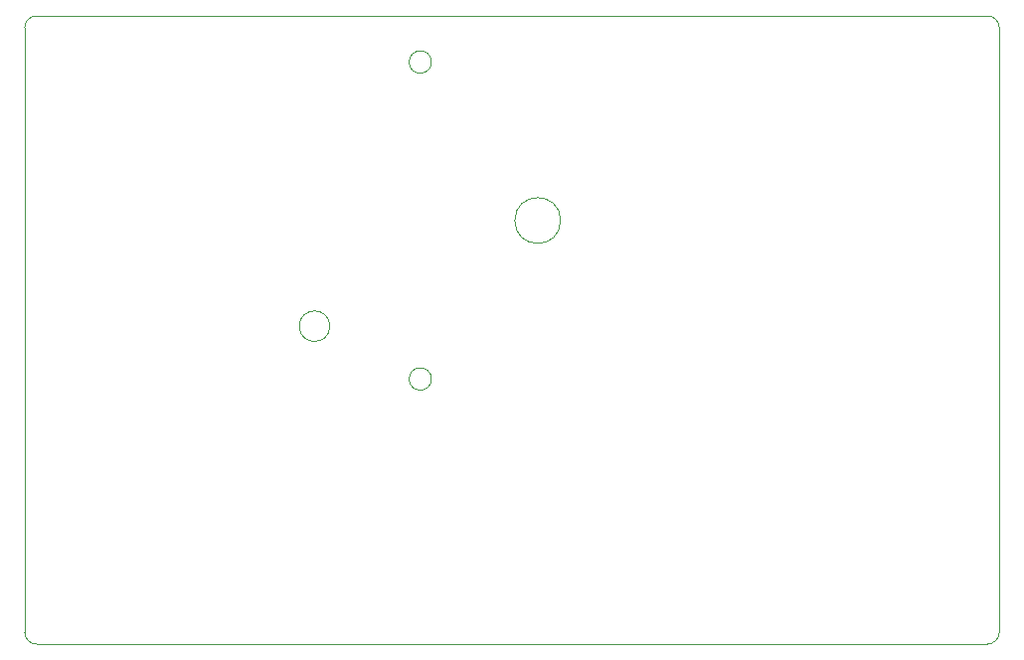
<source format=gbr>
%TF.GenerationSoftware,KiCad,Pcbnew,9.0.7*%
%TF.CreationDate,2026-02-02T22:52:16-08:00*%
%TF.ProjectId,TECHIN514 System Architecture Graph Lewis Liu,54454348-494e-4353-9134-205379737465,rev?*%
%TF.SameCoordinates,Original*%
%TF.FileFunction,Profile,NP*%
%FSLAX46Y46*%
G04 Gerber Fmt 4.6, Leading zero omitted, Abs format (unit mm)*
G04 Created by KiCad (PCBNEW 9.0.7) date 2026-02-02 22:52:16*
%MOMM*%
%LPD*%
G01*
G04 APERTURE LIST*
%TA.AperFunction,Profile*%
%ADD10C,0.050000*%
%TD*%
G04 APERTURE END LIST*
D10*
X163000000Y-104000000D02*
G75*
G02*
X162000000Y-105000000I-1000000J0D01*
G01*
X162000000Y-51500000D02*
G75*
G02*
X163000000Y-52500000I0J-1000000D01*
G01*
X162000000Y-51500000D02*
X81000000Y-51500000D01*
X81000000Y-105000000D02*
G75*
G02*
X80000000Y-104000000I0J1000000D01*
G01*
X163000000Y-52500000D02*
X163000000Y-104000000D01*
X80000000Y-52500000D02*
G75*
G02*
X81000000Y-51500000I1000000J0D01*
G01*
X162000000Y-105000000D02*
X81000000Y-105000000D01*
X80000000Y-52500000D02*
X80000000Y-104000000D01*
%TO.C,M1*%
X105990000Y-77930000D02*
G75*
G02*
X103390000Y-77930000I-1300000J0D01*
G01*
X103390000Y-77930000D02*
G75*
G02*
X105990000Y-77930000I1300000J0D01*
G01*
X114640000Y-55430000D02*
G75*
G02*
X112740000Y-55430000I-950000J0D01*
G01*
X112740000Y-55430000D02*
G75*
G02*
X114640000Y-55430000I950000J0D01*
G01*
X114640000Y-82430000D02*
G75*
G02*
X112740000Y-82430000I-950000J0D01*
G01*
X112740000Y-82430000D02*
G75*
G02*
X114640000Y-82430000I950000J0D01*
G01*
X125640000Y-68930000D02*
G75*
G02*
X121740000Y-68930000I-1950000J0D01*
G01*
X121740000Y-68930000D02*
G75*
G02*
X125640000Y-68930000I1950000J0D01*
G01*
%TD*%
M02*

</source>
